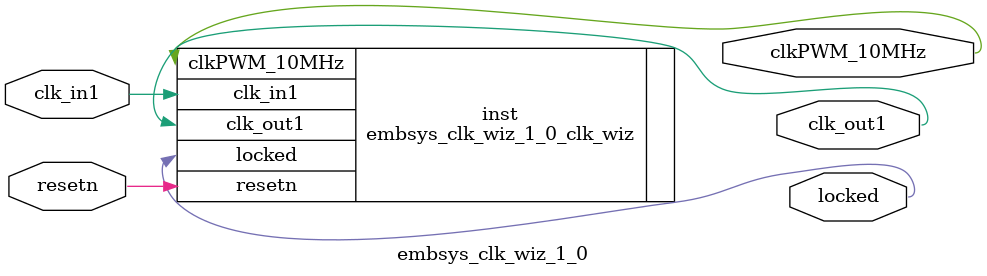
<source format=v>


`timescale 1ps/1ps

(* CORE_GENERATION_INFO = "embsys_clk_wiz_1_0,clk_wiz_v6_0_14_0_0,{component_name=embsys_clk_wiz_1_0,use_phase_alignment=true,use_min_o_jitter=false,use_max_i_jitter=false,use_dyn_phase_shift=false,use_inclk_switchover=false,use_dyn_reconfig=false,enable_axi=0,feedback_source=FDBK_AUTO,PRIMITIVE=MMCM,num_out_clk=2,clkin1_period=10.000,clkin2_period=10.000,use_power_down=false,use_reset=true,use_locked=true,use_inclk_stopped=false,feedback_type=SINGLE,CLOCK_MGR_TYPE=NA,manual_override=false}" *)

module embsys_clk_wiz_1_0 
 (
  // Clock out ports
  output        clk_out1,
  output        clkPWM_10MHz,
  // Status and control signals
  input         resetn,
  output        locked,
 // Clock in ports
  input         clk_in1
 );

  embsys_clk_wiz_1_0_clk_wiz inst
  (
  // Clock out ports  
  .clk_out1(clk_out1),
  .clkPWM_10MHz(clkPWM_10MHz),
  // Status and control signals               
  .resetn(resetn), 
  .locked(locked),
 // Clock in ports
  .clk_in1(clk_in1)
  );

endmodule

</source>
